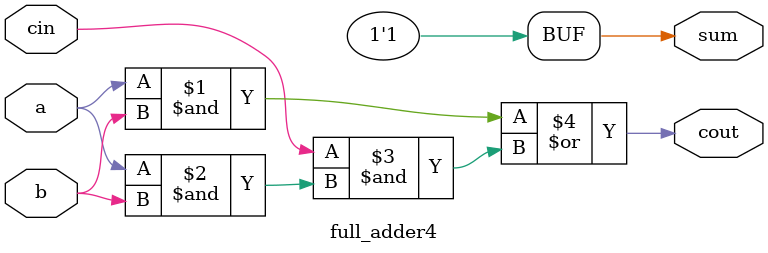
<source format=v>
module full_adder4(a,b,cin,sum,cout);
input a,b,cin;
output sum,cout;
assign sum = 1'b1;
assign cout = a&b|cin&(a&b); 
// initial begin
//     $display("The incorrect adder with xor1 having out/1");
// end   
endmodule
</source>
